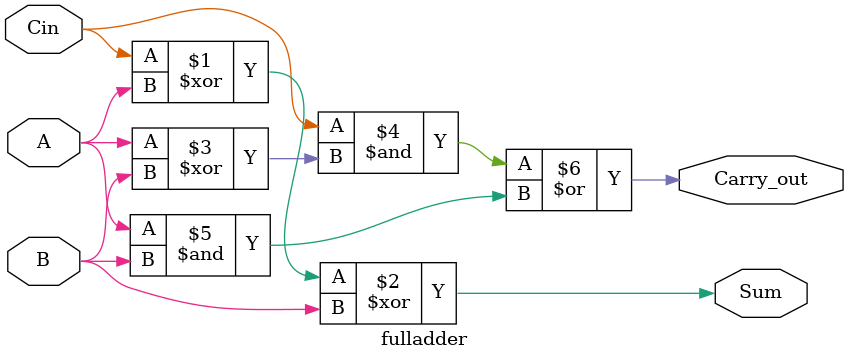
<source format=sv>
`timescale 1ns / 1ps


module fulladder(
    input wire A,
    input wire B,
    input wire Cin,
    output wire Sum,
    output wire Carry_out
    );

    assign Sum = Cin ^ A ^ B;
    assign Carry_out = Cin & (A ^ B) | (A & B);

endmodule

</source>
